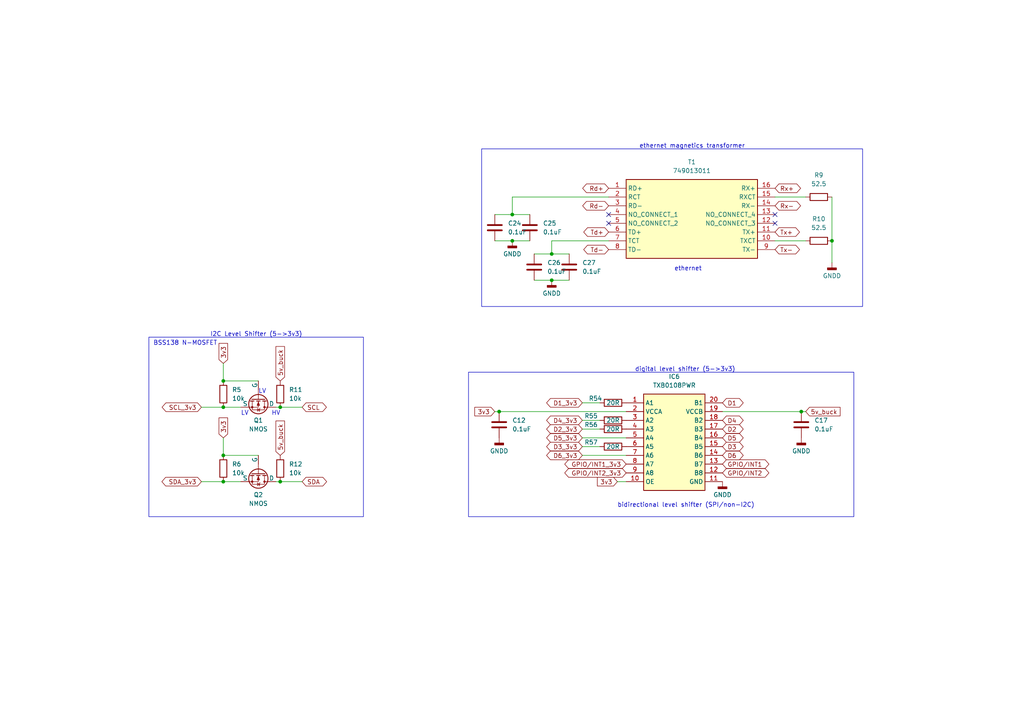
<source format=kicad_sch>
(kicad_sch (version 20230121) (generator eeschema)
  (paper "A4")
  (lib_symbols
    (symbol "21xt_symbols:749013011"
      (property "Reference" "T" (at 44.45 7.62 0))
      (property "Value" "749013011" (at 44.45 5.08 0))
      (symbol "749013011_1_1"
        (rectangle (start 5.08 2.54) (end 43.18 -20.32) (stroke (width 0.254)) (fill (type background)))
        (pin passive line (at 0 0 0) (length 5.08) (name "RD+") (number "1"))
        (pin passive line (at 48.26 -15.24 180) (length 5.08) (name "TXCT") (number "10"))
        (pin passive line (at 48.26 -12.7 180) (length 5.08) (name "TX+") (number "11"))
        (pin passive line (at 48.26 -10.16 180) (length 5.08) (name "NO_CONNECT_3") (number "12"))
        (pin passive line (at 48.26 -7.62 180) (length 5.08) (name "NO_CONNECT_4") (number "13"))
        (pin passive line (at 48.26 -5.08 180) (length 5.08) (name "RX-") (number "14"))
        (pin passive line (at 48.26 -2.54 180) (length 5.08) (name "RXCT") (number "15"))
        (pin passive line (at 48.26 0 180) (length 5.08) (name "RX+") (number "16"))
        (pin passive line (at 0 -2.54 0) (length 5.08) (name "RCT") (number "2"))
        (pin passive line (at 0 -5.08 0) (length 5.08) (name "RD-") (number "3"))
        (pin passive line (at 0 -7.62 0) (length 5.08) (name "NO_CONNECT_1") (number "4"))
        (pin passive line (at 0 -10.16 0) (length 5.08) (name "NO_CONNECT_2") (number "5"))
        (pin passive line (at 0 -12.7 0) (length 5.08) (name "TD+") (number "6"))
        (pin passive line (at 0 -15.24 0) (length 5.08) (name "TCT") (number "7"))
        (pin passive line (at 0 -17.78 0) (length 5.08) (name "TD-") (number "8"))
        (pin passive line (at 48.26 -17.78 180) (length 5.08) (name "TX-") (number "9"))
      )
    )
    (symbol "21xt_symbols:TXB0108PWR"
      (property "Reference" "IC" (at 24.13 7.62 0))
      (property "Value" "TXB0108PWR" (at 24.13 5.08 0))
      (symbol "TXB0108PWR_1_1"
        (rectangle (start 5.08 2.54) (end 22.86 -25.4) (stroke (width 0.254)) (fill (type background)))
        (pin passive line (at 0 0 0) (length 5.08) (name "A1") (number "1"))
        (pin passive line (at 0 -22.86 0) (length 5.08) (name "OE") (number "10"))
        (pin passive line (at 27.94 -22.86 180) (length 5.08) (name "GND") (number "11"))
        (pin passive line (at 27.94 -20.32 180) (length 5.08) (name "B8") (number "12"))
        (pin passive line (at 27.94 -17.78 180) (length 5.08) (name "B7") (number "13"))
        (pin passive line (at 27.94 -15.24 180) (length 5.08) (name "B6") (number "14"))
        (pin passive line (at 27.94 -12.7 180) (length 5.08) (name "B5") (number "15"))
        (pin passive line (at 27.94 -10.16 180) (length 5.08) (name "B4") (number "16"))
        (pin passive line (at 27.94 -7.62 180) (length 5.08) (name "B3") (number "17"))
        (pin passive line (at 27.94 -5.08 180) (length 5.08) (name "B2") (number "18"))
        (pin passive line (at 27.94 -2.54 180) (length 5.08) (name "VCCB") (number "19"))
        (pin passive line (at 0 -2.54 0) (length 5.08) (name "VCCA") (number "2"))
        (pin passive line (at 27.94 0 180) (length 5.08) (name "B1") (number "20"))
        (pin passive line (at 0 -5.08 0) (length 5.08) (name "A2") (number "3"))
        (pin passive line (at 0 -7.62 0) (length 5.08) (name "A3") (number "4"))
        (pin passive line (at 0 -10.16 0) (length 5.08) (name "A4") (number "5"))
        (pin passive line (at 0 -12.7 0) (length 5.08) (name "A5") (number "6"))
        (pin passive line (at 0 -15.24 0) (length 5.08) (name "A6") (number "7"))
        (pin passive line (at 0 -17.78 0) (length 5.08) (name "A7") (number "8"))
        (pin passive line (at 0 -20.32 0) (length 5.08) (name "A8") (number "9"))
      )
    )
    (symbol "Device:C" (pin_numbers hide) (pin_names (offset 0.254))
      (property "Reference" "C" (at 0.635 2.54 0))
      (property "Value" "C" (at 0.635 -2.54 0))
      (symbol "C_0_1"
        (polyline (pts (xy -2.032 -0.762) (xy 2.032 -0.762)) (stroke (width 0.508)))
        (polyline (pts (xy -2.032 0.762) (xy 2.032 0.762)) (stroke (width 0.508)))
      )
      (symbol "C_1_1"
        (pin passive line (at 0 3.81 270) (length 2.794) (name "~") (number "1"))
        (pin passive line (at 0 -3.81 90) (length 2.794) (name "~") (number "2"))
      )
    )
    (symbol "Device:R" (pin_numbers hide) (pin_names (offset 0))
      (property "Reference" "R" (at 2.032 0 90))
      (property "Value" "R" (at 0 0 90))
      (symbol "R_0_1"
        (rectangle (start -1.016 -2.54) (end 1.016 2.54) (stroke (width 0.254)))
      )
      (symbol "R_1_1"
        (pin passive line (at 0 3.81 270) (length 1.27) (name "~") (number "1"))
        (pin passive line (at 0 -3.81 90) (length 1.27) (name "~") (number "2"))
      )
    )
    (symbol "Simulation_SPICE:NMOS" (pin_numbers hide) (pin_names (offset 0))
      (property "Reference" "Q" (at 5.08 1.27 0))
      (property "Value" "NMOS" (at 5.08 -1.27 0))
      (symbol "NMOS_0_1"
        (polyline (pts (xy 0.254 0) (xy -2.54 0)))
        (polyline (pts (xy 0.254 1.905) (xy 0.254 -1.905)) (stroke (width 0.254)))
        (polyline (pts (xy 0.762 -1.27) (xy 0.762 -2.286)) (stroke (width 0.254)))
        (polyline (pts (xy 0.762 0.508) (xy 0.762 -0.508)) (stroke (width 0.254)))
        (polyline (pts (xy 0.762 2.286) (xy 0.762 1.27)) (stroke (width 0.254)))
        (polyline (pts (xy 2.54 2.54) (xy 2.54 1.778)))
        (polyline (pts (xy 2.54 -2.54) (xy 2.54 0) (xy 0.762 0)))
        (polyline (pts (xy 0.762 -1.778) (xy 3.302 -1.778) (xy 3.302 1.778) (xy 0.762 1.778)))
        (polyline (pts (xy 1.016 0) (xy 2.032 0.381) (xy 2.032 -0.381) (xy 1.016 0)) (fill (type outline)))
        (polyline (pts (xy 2.794 0.508) (xy 2.921 0.381) (xy 3.683 0.381) (xy 3.81 0.254)))
        (polyline (pts (xy 3.302 0.381) (xy 2.921 -0.254) (xy 3.683 -0.254) (xy 3.302 0.381)))
        (circle (center 1.651 0) (radius 2.794) (stroke (width 0.254)))
        (circle (center 2.54 -1.778) (radius 0.254) (fill (type outline)))
        (circle (center 2.54 1.778) (radius 0.254) (fill (type outline)))
      )
      (symbol "NMOS_1_1"
        (pin passive line (at 2.54 5.08 270) (length 2.54) (name "D") (number "1"))
        (pin input line (at -5.08 0 0) (length 2.54) (name "G") (number "2"))
        (pin passive line (at 2.54 -5.08 90) (length 2.54) (name "S") (number "3"))
      )
    )
    (symbol "power:GNDD" (power) (pin_names (offset 0))
      (property "Value" "GNDD" (at 0 -3.175 0))
      (symbol "GNDD_0_1"
        (rectangle (start -1.27 -1.524) (end 1.27 -2.032) (stroke (width 0.254)) (fill (type outline)))
        (polyline (pts (xy 0 0) (xy 0 -1.524)))
      )
      (symbol "GNDD_1_1"
        (pin power_in line (at 0 0 270) (length 0) hide (name "GNDD") (number "1"))
      )
    )
  )
  (junction (at 81.28 118.11))
  (junction (at 241.3 69.85))
  (junction (at 81.28 139.7))
  (junction (at 64.77 118.11))
  (junction (at 148.59 62.23))
  (junction (at 64.77 139.7))
  (junction (at 64.77 132.08))
  (junction (at 148.59 69.85))
  (junction (at 232.41 119.38))
  (junction (at 160.02 81.28))
  (junction (at 160.02 73.66))
  (junction (at 64.77 110.49))
  (junction (at 144.78 119.38))
  (no_connect (at 224.79 62.23))
  (no_connect (at 224.79 64.77))
  (no_connect (at 176.53 62.23))
  (no_connect (at 176.53 64.77))
  (wire (pts (xy 143.51 69.85) (xy 148.59 69.85)))
  (wire (pts (xy 64.77 139.7) (xy 69.85 139.7)))
  (wire (pts (xy 233.68 69.85) (xy 224.79 69.85)))
  (wire (pts (xy 87.63 118.11) (xy 81.28 118.11)))
  (wire (pts (xy 241.3 57.15) (xy 241.3 69.85)))
  (wire (pts (xy 143.51 62.23) (xy 148.59 62.23)))
  (wire (pts (xy 148.59 62.23) (xy 153.67 62.23)))
  (wire (pts (xy 241.3 69.85) (xy 241.3 76.2)))
  (wire (pts (xy 232.41 119.38) (xy 233.68 119.38)))
  (wire (pts (xy 148.59 57.15) (xy 148.59 62.23)))
  (wire (pts (xy 64.77 105.41) (xy 64.77 110.49)))
  (wire (pts (xy 160.02 81.28) (xy 165.1 81.28)))
  (wire (pts (xy 168.91 127) (xy 181.61 127)))
  (wire (pts (xy 64.77 127) (xy 64.77 132.08)))
  (wire (pts (xy 148.59 69.85) (xy 153.67 69.85)))
  (wire (pts (xy 160.02 73.66) (xy 165.1 73.66)))
  (wire (pts (xy 58.42 118.11) (xy 64.77 118.11)))
  (wire (pts (xy 224.79 57.15) (xy 233.68 57.15)))
  (wire (pts (xy 168.91 132.08) (xy 181.61 132.08)))
  (wire (pts (xy 81.28 139.7) (xy 80.01 139.7)))
  (wire (pts (xy 154.94 81.28) (xy 160.02 81.28)))
  (wire (pts (xy 143.51 119.38) (xy 144.78 119.38)))
  (wire (pts (xy 179.07 139.7) (xy 181.61 139.7)))
  (wire (pts (xy 168.91 116.84) (xy 173.99 116.84)))
  (wire (pts (xy 81.28 118.11) (xy 80.01 118.11)))
  (wire (pts (xy 64.77 110.49) (xy 74.93 110.49)))
  (wire (pts (xy 64.77 118.11) (xy 69.85 118.11)))
  (wire (pts (xy 168.91 121.92) (xy 173.99 121.92)))
  (wire (pts (xy 168.91 124.46) (xy 173.99 124.46)))
  (wire (pts (xy 176.53 57.15) (xy 148.59 57.15)))
  (wire (pts (xy 176.53 69.85) (xy 160.02 69.85)))
  (wire (pts (xy 58.42 139.7) (xy 64.77 139.7)))
  (wire (pts (xy 209.55 119.38) (xy 232.41 119.38)))
  (wire (pts (xy 160.02 69.85) (xy 160.02 73.66)))
  (wire (pts (xy 144.78 119.38) (xy 181.61 119.38)))
  (wire (pts (xy 168.91 129.54) (xy 173.99 129.54)))
  (wire (pts (xy 64.77 132.08) (xy 74.93 132.08)))
  (wire (pts (xy 87.63 139.7) (xy 81.28 139.7)))
  (wire (pts (xy 154.94 73.66) (xy 160.02 73.66)))
  (rectangle (start 43.18 97.79) (end 105.41 149.86))
  (rectangle (start 135.89 107.95) (end 247.65 149.86))
  (rectangle (start 139.7 43.18) (end 250.19 88.9))
  (text "I2C Level Shifter (5->3v3)" (at 60.96 97.79 0) (effects (font (size 1.27 1.27)) (justify left bottom)))
  (text "ethernet magnetics transformer" (at 185.42 43.18 0) (effects (font (size 1.27 1.27)) (justify left bottom)))
  (text "HV" (at 78.74 120.65 0) (effects (font (size 1.27 1.27)) (justify left bottom)))
  (text "digital level shifter (5->3v3)" (at 184.15 107.95 0) (effects (font (size 1.27 1.27)) (justify left bottom)))
  (text "LV" (at 74.93 114.3 0) (effects (font (size 1.27 1.27)) (justify left bottom)))
  (text "bidirectional level shifter (SPI/non-I2C)" (at 179.07 147.32 0) (effects (font (size 1.27 1.27)) (justify left bottom)))
  (text "LV" (at 69.85 120.65 0) (effects (font (size 1.27 1.27)) (justify left bottom)))
  (text "BSS138 N-MOSFET" (at 44.45 100.33 0) (effects (font (size 1.27 1.27)) (justify left bottom)))
  (text "ethernet" (at 195.58 78.74 0) (effects (font (size 1.27 1.27)) (justify left bottom)))
  (global_label "Td-" (shape bidirectional) (at 176.53 72.39 180) (property "Intersheetrefs" "${INTERSHEET_REFS}" (effects hide)))
  (global_label "Tx+" (shape bidirectional) (at 224.79 67.31 0) (property "Intersheetrefs" "${INTERSHEET_REFS}" (effects hide)))
  (global_label "SCL_3v3" (shape bidirectional) (at 58.42 118.11 180) (property "Intersheetrefs" "${INTERSHEET_REFS}" (effects hide)))
  (global_label "5v_buck" (shape input) (at 233.68 119.38 0) (property "Intersheetrefs" "${INTERSHEET_REFS}" (effects hide)))
  (global_label "D4_3v3" (shape bidirectional) (at 168.91 121.92 180) (property "Intersheetrefs" "${INTERSHEET_REFS}" (effects hide)))
  (global_label "D3_3v3" (shape bidirectional) (at 168.91 129.54 180) (property "Intersheetrefs" "${INTERSHEET_REFS}" (effects hide)))
  (global_label "Rd+" (shape bidirectional) (at 176.53 54.61 180) (property "Intersheetrefs" "${INTERSHEET_REFS}" (effects hide)))
  (global_label "Rd-" (shape bidirectional) (at 176.53 59.69 180) (property "Intersheetrefs" "${INTERSHEET_REFS}" (effects hide)))
  (global_label "GPIO{slash}INT1_3v3" (shape bidirectional) (at 181.61 134.62 180) (property "Intersheetrefs" "${INTERSHEET_REFS}" (effects hide)))
  (global_label "5v_buck" (shape input) (at 81.28 132.08 90) (property "Intersheetrefs" "${INTERSHEET_REFS}" (effects hide)))
  (global_label "GPIO{slash}INT2_3v3" (shape bidirectional) (at 181.61 137.16 180) (property "Intersheetrefs" "${INTERSHEET_REFS}" (effects hide)))
  (global_label "5v_buck" (shape input) (at 81.28 110.49 90) (property "Intersheetrefs" "${INTERSHEET_REFS}" (effects hide)))
  (global_label "SDA" (shape bidirectional) (at 87.63 139.7 0) (property "Intersheetrefs" "${INTERSHEET_REFS}" (effects hide)))
  (global_label "3v3" (shape input) (at 64.77 127 90) (property "Intersheetrefs" "${INTERSHEET_REFS}" (effects hide)))
  (global_label "D2_3v3" (shape bidirectional) (at 168.91 124.46 180) (property "Intersheetrefs" "${INTERSHEET_REFS}" (effects hide)))
  (global_label "Td+" (shape bidirectional) (at 176.53 67.31 180) (property "Intersheetrefs" "${INTERSHEET_REFS}" (effects hide)))
  (global_label "SDA_3v3" (shape bidirectional) (at 58.42 139.7 180) (property "Intersheetrefs" "${INTERSHEET_REFS}" (effects hide)))
  (global_label "3v3" (shape input) (at 143.51 119.38 180) (property "Intersheetrefs" "${INTERSHEET_REFS}" (effects hide)))
  (global_label "Rx-" (shape bidirectional) (at 224.79 59.69 0) (property "Intersheetrefs" "${INTERSHEET_REFS}" (effects hide)))
  (global_label "D3" (shape bidirectional) (at 209.55 129.54 0) (property "Intersheetrefs" "${INTERSHEET_REFS}" (effects hide)))
  (global_label "GPIO{slash}INT2" (shape bidirectional) (at 209.55 137.16 0) (property "Intersheetrefs" "${INTERSHEET_REFS}" (effects hide)))
  (global_label "D6_3v3" (shape bidirectional) (at 168.91 132.08 180) (property "Intersheetrefs" "${INTERSHEET_REFS}" (effects hide)))
  (global_label "3v3" (shape input) (at 179.07 139.7 180) (property "Intersheetrefs" "${INTERSHEET_REFS}" (effects hide)))
  (global_label "D1_3v3" (shape bidirectional) (at 168.91 116.84 180) (property "Intersheetrefs" "${INTERSHEET_REFS}" (effects hide)))
  (global_label "3v3" (shape input) (at 64.77 105.41 90) (property "Intersheetrefs" "${INTERSHEET_REFS}" (effects hide)))
  (global_label "D5_3v3" (shape bidirectional) (at 168.91 127 180) (property "Intersheetrefs" "${INTERSHEET_REFS}" (effects hide)))
  (global_label "D2" (shape bidirectional) (at 209.55 124.46 0) (property "Intersheetrefs" "${INTERSHEET_REFS}" (effects hide)))
  (global_label "SCL" (shape bidirectional) (at 87.63 118.11 0) (property "Intersheetrefs" "${INTERSHEET_REFS}" (effects hide)))
  (global_label "D4" (shape bidirectional) (at 209.55 121.92 0) (property "Intersheetrefs" "${INTERSHEET_REFS}" (effects hide)))
  (global_label "Tx-" (shape bidirectional) (at 224.79 72.39 0) (property "Intersheetrefs" "${INTERSHEET_REFS}" (effects hide)))
  (global_label "Rx+" (shape bidirectional) (at 224.79 54.61 0) (property "Intersheetrefs" "${INTERSHEET_REFS}" (effects hide)))
  (global_label "D1" (shape bidirectional) (at 209.55 116.84 0) (property "Intersheetrefs" "${INTERSHEET_REFS}" (effects hide)))
  (global_label "D6" (shape bidirectional) (at 209.55 132.08 0) (property "Intersheetrefs" "${INTERSHEET_REFS}" (effects hide)))
  (global_label "D5" (shape bidirectional) (at 209.55 127 0) (property "Intersheetrefs" "${INTERSHEET_REFS}" (effects hide)))
  (global_label "GPIO{slash}INT1" (shape bidirectional) (at 209.55 134.62 0) (property "Intersheetrefs" "${INTERSHEET_REFS}" (effects hide)))
  (symbol (lib_id "power:GNDD") (at 144.78 127 0) (unit 1)
    (property "Reference" "#PWR07" (effects hide))
    (property "Value" "GNDD" (at 144.78 130.81 0))
  )
  (symbol (lib_id "21xt_symbols:749013011") (at 176.53 54.61 0) (unit 1)
    (property "Reference" "T1" (at 200.66 46.99 0))
    (property "Value" "749013011" (at 200.66 49.53 0))
    (property "Footprint" "21xt_footprints:749013011" (effects hide))
    (property "Datasheet" "https://www.we-online.de/katalog/datasheet/749013011.pdf" (effects hide))
    (property "Height" "5.33" (effects hide))
    (property "Mouser Part Number" "710-749013011" (effects hide))
    (property "Mouser Price/Stock" "https://www.mouser.co.uk/ProductDetail/Wurth-Elektronik/749013011?qs=2sV1BwmkawRYxGj1O9AWzA%3D%3D" (effects hide))
    (property "Manufacturer_Name" "Wurth Elektronik" (effects hide))
    (property "Manufacturer_Part_Number" "749013011" (effects hide))
  )
  (symbol (lib_id "power:GNDD") (at 209.55 139.7 0) (unit 1)
    (property "Reference" "#PWR011" (effects hide))
    (property "Value" "GNDD" (at 209.55 143.51 0))
  )
  (symbol (lib_id "Device:C") (at 153.67 66.04 0) (unit 1)
    (property "Reference" "C25" (at 157.48 64.77 0) (effects (justify left)))
    (property "Value" "0.1uF" (at 157.48 67.31 0) (effects (justify left)))
    (property "Footprint" "Capacitor_SMD:C_0402_1005Metric" (effects hide))
  )
  (symbol (lib_id "power:GNDD") (at 160.02 81.28 0) (unit 1)
    (property "Reference" "#PWR035" (effects hide))
    (property "Value" "GNDD" (at 160.02 85.09 0))
  )
  (symbol (lib_id "power:GNDD") (at 232.41 127 0) (unit 1)
    (property "Reference" "#PWR015" (effects hide))
    (property "Value" "GNDD" (at 232.41 130.81 0))
  )
  (symbol (lib_id "Device:R") (at 64.77 135.89 0) (unit 1)
    (property "Reference" "R6" (at 67.31 134.62 0) (effects (justify left)))
    (property "Value" "10k" (at 67.31 137.16 0) (effects (justify left)))
    (property "Footprint" "Resistor_SMD:R_0402_1005Metric" (effects hide))
  )
  (symbol (lib_id "power:GNDD") (at 148.59 69.85 0) (unit 1)
    (property "Reference" "#PWR030" (effects hide))
    (property "Value" "GNDD" (at 148.59 73.66 0))
  )
  (symbol (lib_id "Device:R") (at 177.8 121.92 90) (unit 1)
    (property "Reference" "R55" (at 171.45 120.65 90))
    (property "Value" "20R" (at 177.8 121.92 90))
    (property "Footprint" "Resistor_SMD:R_0402_1005Metric" (effects hide))
  )
  (symbol (lib_id "Device:C") (at 232.41 123.19 0) (unit 1)
    (property "Reference" "C17" (at 236.22 121.92 0) (effects (justify left)))
    (property "Value" "0.1uF" (at 236.22 124.46 0) (effects (justify left)))
    (property "Footprint" "Capacitor_SMD:C_0402_1005Metric" (effects hide))
  )
  (symbol (lib_id "21xt_symbols:TXB0108PWR") (at 181.61 116.84 0) (unit 1)
    (property "Reference" "IC6" (at 195.58 109.22 0))
    (property "Value" "TXB0108PWR" (at 195.58 111.76 0))
    (property "Footprint" "21xt_footprints:SOP65P640X120-20N" (effects hide))
    (property "Datasheet" "http://www.ti.com/lit/ds/symlink/txb0108.pdf" (effects hide))
    (property "Height" "1.2" (effects hide))
    (property "Mouser Part Number" "595-TXB0108PWR" (effects hide))
    (property "Mouser Price/Stock" "https://www.mouser.co.uk/ProductDetail/Texas-Instruments/TXB0108PWR?qs=oFXvjAmG9EgEUWGWzOVFCA%3D%3D" (effects hide))
    (property "Manufacturer_Name" "Texas Instruments" (effects hide))
    (property "Manufacturer_Part_Number" "TXB0108PWR" (effects hide))
  )
  (symbol (lib_id "Simulation_SPICE:NMOS") (at 74.93 115.57 270) (unit 1)
    (property "Reference" "Q1" (at 74.93 121.92 90))
    (property "Value" "NMOS" (at 74.93 124.46 90))
    (property "Footprint" "Package_TO_SOT_SMD:SOT-23-3" (effects hide))
    (property "Datasheet" "https://ngspice.sourceforge.io/docs/ngspice-manual.pdf" (effects hide))
    (property "Sim.Device" "NMOS" (effects hide))
    (property "Sim.Type" "VDMOS" (effects hide))
    (property "Sim.Pins" "1=D 2=G 3=S" (effects hide))
  )
  (symbol (lib_id "Device:C") (at 143.51 66.04 0) (unit 1)
    (property "Reference" "C24" (at 147.32 64.77 0) (effects (justify left)))
    (property "Value" "0.1uF" (at 147.32 67.31 0) (effects (justify left)))
    (property "Footprint" "Capacitor_SMD:C_0402_1005Metric" (effects hide))
  )
  (symbol (lib_id "Device:C") (at 154.94 77.47 0) (unit 1)
    (property "Reference" "C26" (at 158.75 76.2 0) (effects (justify left)))
    (property "Value" "0.1uF" (at 158.75 78.74 0) (effects (justify left)))
    (property "Footprint" "Capacitor_SMD:C_0402_1005Metric" (effects hide))
  )
  (symbol (lib_id "power:GNDD") (at 241.3 76.2 0) (unit 1)
    (property "Reference" "#PWR040" (effects hide))
    (property "Value" "GNDD" (at 241.3 80.01 0))
  )
  (symbol (lib_id "Device:C") (at 144.78 123.19 0) (unit 1)
    (property "Reference" "C12" (at 148.59 121.92 0) (effects (justify left)))
    (property "Value" "0.1uF" (at 148.59 124.46 0) (effects (justify left)))
    (property "Footprint" "Capacitor_SMD:C_0402_1005Metric" (effects hide))
  )
  (symbol (lib_id "Device:R") (at 177.8 116.84 90) (unit 1)
    (property "Reference" "R54" (at 172.72 115.57 90))
    (property "Value" "20R" (at 177.8 116.84 90))
    (property "Footprint" "Resistor_SMD:R_0402_1005Metric" (effects hide))
  )
  (symbol (lib_id "Device:R") (at 237.49 69.85 90) (unit 1)
    (property "Reference" "R10" (at 237.49 63.5 90))
    (property "Value" "52.5" (at 237.49 66.04 90))
    (property "Footprint" "Resistor_SMD:R_0402_1005Metric" (effects hide))
  )
  (symbol (lib_id "Device:R") (at 177.8 129.54 90) (unit 1)
    (property "Reference" "R57" (at 171.45 128.27 90))
    (property "Value" "20R" (at 177.8 129.54 90))
    (property "Footprint" "Resistor_SMD:R_0402_1005Metric" (effects hide))
  )
  (symbol (lib_id "Device:R") (at 64.77 114.3 0) (unit 1)
    (property "Reference" "R5" (at 67.31 113.03 0) (effects (justify left)))
    (property "Value" "10k" (at 67.31 115.57 0) (effects (justify left)))
    (property "Footprint" "Resistor_SMD:R_0402_1005Metric" (effects hide))
  )
  (symbol (lib_id "Device:R") (at 237.49 57.15 90) (unit 1)
    (property "Reference" "R9" (at 237.49 50.8 90))
    (property "Value" "52.5" (at 237.49 53.34 90))
    (property "Footprint" "Resistor_SMD:R_0402_1005Metric" (effects hide))
  )
  (symbol (lib_id "Device:R") (at 81.28 135.89 0) (unit 1)
    (property "Reference" "R12" (at 83.82 134.62 0) (effects (justify left)))
    (property "Value" "10k" (at 83.82 137.16 0) (effects (justify left)))
    (property "Footprint" "Resistor_SMD:R_0402_1005Metric" (effects hide))
  )
  (symbol (lib_id "Device:R") (at 177.8 124.46 90) (unit 1)
    (property "Reference" "R56" (at 171.45 123.19 90))
    (property "Value" "20R" (at 177.8 124.46 90))
    (property "Footprint" "Resistor_SMD:R_0402_1005Metric" (effects hide))
  )
  (symbol (lib_id "Device:R") (at 81.28 114.3 0) (unit 1)
    (property "Reference" "R11" (at 83.82 113.03 0) (effects (justify left)))
    (property "Value" "10k" (at 83.82 115.57 0) (effects (justify left)))
    (property "Footprint" "Resistor_SMD:R_0402_1005Metric" (effects hide))
  )
  (symbol (lib_id "Device:C") (at 165.1 77.47 0) (unit 1)
    (property "Reference" "C27" (at 168.91 76.2 0) (effects (justify left)))
    (property "Value" "0.1uF" (at 168.91 78.74 0) (effects (justify left)))
    (property "Footprint" "Capacitor_SMD:C_0402_1005Metric" (effects hide))
  )
  (symbol (lib_id "Simulation_SPICE:NMOS") (at 74.93 137.16 270) (unit 1)
    (property "Reference" "Q2" (at 74.93 143.51 90))
    (property "Value" "NMOS" (at 74.93 146.05 90))
    (property "Footprint" "Package_TO_SOT_SMD:SOT-23-3" (effects hide))
    (property "Datasheet" "https://ngspice.sourceforge.io/docs/ngspice-manual.pdf" (effects hide))
    (property "Sim.Device" "NMOS" (effects hide))
    (property "Sim.Type" "VDMOS" (effects hide))
    (property "Sim.Pins" "1=D 2=G 3=S" (effects hide))
  )
)
</source>
